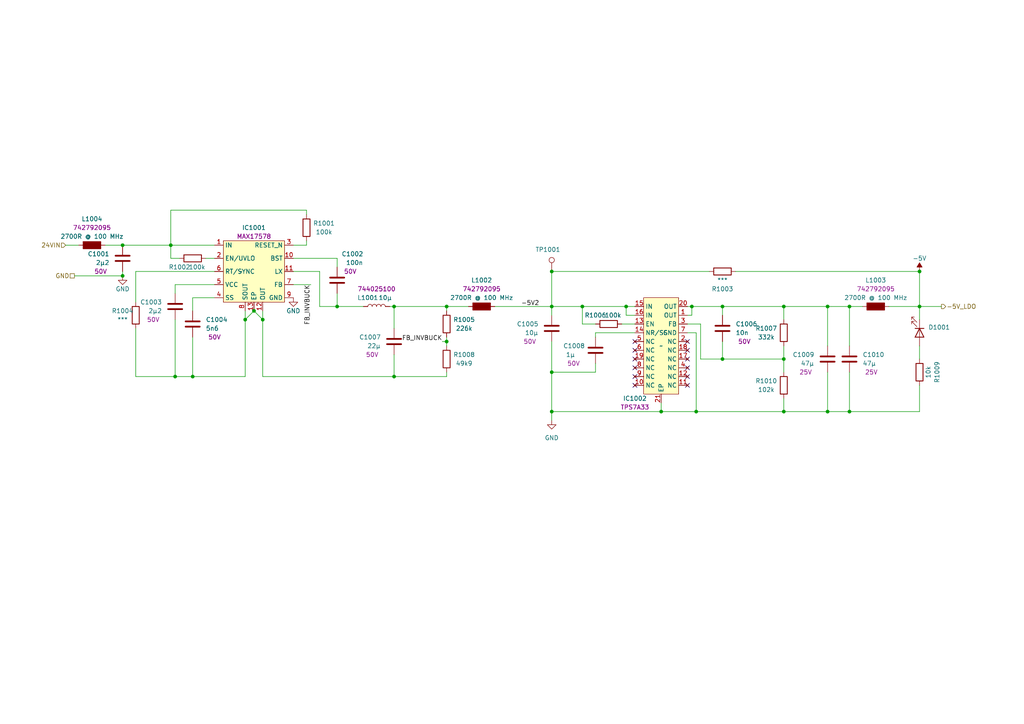
<source format=kicad_sch>
(kicad_sch (version 20231120) (generator "eeschema") (generator_version "8.0")
  (paper "A4")
  (title_block (title "Inverting Buck & LDO") (date "2024-02-29") (rev "2") (company "BestSens AG"))
  (lib_symbols
    (symbol "BestParts_Generic:Inductor" (pin_numbers hide)
      (property "Reference" "L" (at 0 5.08 0))
      (symbol "Inductor_0_1"
        (arc (start -1.905 0.635) (mid -2.354 0.449) (end -2.54 0))
        (arc (start -1.27 0) (mid -1.456 0.449) (end -1.905 0.635))
        (arc (start -0.635 0.635) (mid -1.084 0.449) (end -1.27 0))
        (arc (start 0 0) (mid -0.186 0.449) (end -0.635 0.635))
        (arc (start 0.635 0.635) (mid 0.186 0.449) (end 0 0))
        (arc (start 1.27 0) (mid 1.084 0.449) (end 0.635 0.635))
        (arc (start 1.905 0.635) (mid 1.456 0.449) (end 1.27 0))
        (arc (start 2.54 0) (mid 2.354 0.449) (end 1.905 0.635))
      )
      (symbol "Inductor_1_1"
        (pin passive line (at -3.81 0 0) (length 1.27) (name "") (number "1"))
        (pin passive line (at 3.81 0 180) (length 1.27) (name "") (number "2"))
      )
    )
    (symbol "BestParts_ICs:MAX17578"
      (property "Reference" "IC" (at 0 10.16 0))
      (property "Part Number" "MAX17578" (at 0 10.16 0))
      (symbol "MAX17578_1_1"
        (rectangle (start -8.89 8.89) (end 8.89 -8.89) (fill (type background)))
        (pin power_in line (at -11.43 7.62 0) (length 2.54) (name "IN") (number "1"))
        (pin input line (at 11.43 3.81 180) (length 2.54) (name "BST") (number "10"))
        (pin power_out line (at 11.43 0 180) (length 2.54) (name "LX") (number "11"))
        (pin power_out line (at 2.54 -11.43 90) (length 2.54) (name "OUT") (number "12"))
        (pin power_out line (at 0 -11.43 90) (length 2.54) (name "EP") (number "13"))
        (pin input line (at -11.43 3.81 0) (length 2.54) (name "EN/UVLO") (number "2"))
        (pin input line (at 11.43 7.62 180) (length 2.54) (name "RESET_N") (number "3"))
        (pin input line (at -11.43 -7.62 0) (length 2.54) (name "SS") (number "4"))
        (pin input line (at -11.43 -3.81 0) (length 2.54) (name "VCC") (number "5"))
        (pin input line (at -11.43 0 0) (length 2.54) (name "RT/SYNC") (number "6"))
        (pin input line (at 11.43 -3.81 180) (length 2.54) (name "FB") (number "7"))
        (pin power_out line (at -2.54 -11.43 90) (length 2.54) (name "SOUT") (number "8"))
        (pin power_in line (at 11.43 -7.62 180) (length 2.54) (name "GND") (number "9"))
      )
    )
    (symbol "BestParts_ICs:TPS7A33"
      (property "Reference" "IC" (at 0 16.51 0))
      (property "Part Number" "TPS7A33" (at 0 16.51 0))
      (symbol "TPS7A33_1_1"
        (rectangle (start -5.08 13.97) (end 5.08 -13.97) (fill (type background)))
        (pin power_out line (at 7.62 8.89 180) (length 2.54) (name "OUT") (number "1"))
        (pin no_connect line (at -7.62 -11.43 0) (length 2.54) (name "NC") (number "10"))
        (pin no_connect line (at 7.62 -11.43 180) (length 2.54) (name "NC") (number "11"))
        (pin no_connect line (at 7.62 -8.89 180) (length 2.54) (name "NC") (number "12"))
        (pin input line (at -7.62 6.35 0) (length 2.54) (name "EN") (number "13"))
        (pin input line (at -7.62 3.81 0) (length 2.54) (name "NR/SS") (number "14"))
        (pin input line (at -7.62 11.43 0) (length 2.54) (name "IN") (number "15"))
        (pin input line (at -7.62 8.89 0) (length 2.54) (name "IN") (number "16"))
        (pin no_connect line (at 7.62 -3.81 180) (length 2.54) (name "NC") (number "17"))
        (pin no_connect line (at 7.62 -1.27 180) (length 2.54) (name "NC") (number "18"))
        (pin no_connect line (at -7.62 -3.81 0) (length 2.54) (name "NC") (number "19"))
        (pin no_connect line (at 7.62 1.27 180) (length 2.54) (name "NC") (number "2"))
        (pin power_out line (at 7.62 11.43 180) (length 2.54) (name "OUT") (number "20"))
        (pin power_in line (at 0 -16.51 90) (length 2.54) (name "EP") (number "21"))
        (pin input line (at 7.62 6.35 180) (length 2.54) (name "FB") (number "3"))
        (pin no_connect line (at 7.62 -6.35 180) (length 2.54) (name "NC") (number "4"))
        (pin no_connect line (at -7.62 1.27 0) (length 2.54) (name "NC") (number "5"))
        (pin no_connect line (at -7.62 -1.27 0) (length 2.54) (name "NC") (number "6"))
        (pin power_in line (at 7.62 3.81 180) (length 2.54) (name "GND") (number "7"))
        (pin no_connect line (at -7.62 -6.35 0) (length 2.54) (name "NC") (number "8"))
        (pin no_connect line (at -7.62 -8.89 0) (length 2.54) (name "NC") (number "9"))
      )
    )
    (symbol "Connector:TestPoint" (pin_numbers hide) (pin_names (offset 0.762) hide)
      (property "Reference" "TP" (at 0 6.858 0))
      (property "Value" "TestPoint" (at 0 5.08 0))
      (symbol "TestPoint_0_1"
        (circle (center 0 3.302) (radius 0.762))
      )
      (symbol "TestPoint_1_1"
        (pin passive line (at 0 0 90) (length 2.54) (name "1") (number "1"))
      )
    )
    (symbol "Device:C" (pin_numbers hide) (pin_names (offset 0.254))
      (property "Reference" "C" (at 0.635 2.54 0))
      (property "Value" "C" (at 0.635 -2.54 0))
      (symbol "C_0_1"
        (polyline (pts (xy -2.032 -0.762) (xy 2.032 -0.762)) (stroke (width 0.508)))
        (polyline (pts (xy -2.032 0.762) (xy 2.032 0.762)) (stroke (width 0.508)))
      )
      (symbol "C_1_1"
        (pin passive line (at 0 3.81 270) (length 2.794) (name "~") (number "1"))
        (pin passive line (at 0 -3.81 90) (length 2.794) (name "~") (number "2"))
      )
    )
    (symbol "Device:LED" (pin_numbers hide) (pin_names (offset 1.016) hide)
      (property "Reference" "D" (at 0 2.54 0))
      (property "Value" "LED" (at 0 -2.54 0))
      (symbol "LED_0_1"
        (polyline (pts (xy -1.27 -1.27) (xy -1.27 1.27)) (stroke (width 0.254)))
        (polyline (pts (xy -1.27 0) (xy 1.27 0)))
        (polyline (pts (xy 1.27 -1.27) (xy 1.27 1.27) (xy -1.27 0) (xy 1.27 -1.27)) (stroke (width 0.254)))
        (polyline (pts (xy -3.048 -0.762) (xy -4.572 -2.286) (xy -3.81 -2.286) (xy -4.572 -2.286) (xy -4.572 -1.524)))
        (polyline (pts (xy -1.778 -0.762) (xy -3.302 -2.286) (xy -2.54 -2.286) (xy -3.302 -2.286) (xy -3.302 -1.524)))
      )
      (symbol "LED_1_1"
        (pin passive line (at -3.81 0 0) (length 2.54) (name "K") (number "1"))
        (pin passive line (at 3.81 0 180) (length 2.54) (name "A") (number "2"))
      )
    )
    (symbol "Device:R" (pin_numbers hide) (pin_names (offset 0))
      (property "Reference" "R" (at 2.032 0 90))
      (property "Value" "R" (at 0 0 90))
      (symbol "R_0_1"
        (rectangle (start -1.016 -2.54) (end 1.016 2.54) (stroke (width 0.254)))
      )
      (symbol "R_1_1"
        (pin passive line (at 0 3.81 270) (length 1.27) (name "~") (number "1"))
        (pin passive line (at 0 -3.81 90) (length 1.27) (name "~") (number "2"))
      )
    )
    (symbol "Ferrit_1" (pin_numbers hide)
      (property "Reference" "L" (at 0 2.54 0))
      (symbol "Ferrit_1_1_1"
        (rectangle (start -2.54 1.016) (end 2.54 -1.016) (stroke (width 0.254)) (fill (type outline)))
        (pin passive line (at -3.81 0 0) (length 1.27) (name "") (number "1"))
        (pin passive line (at 3.81 0 180) (length 1.27) (name "") (number "2"))
      )
    )
    (symbol "power:-5V" (power) (pin_names (offset 0))
      (property "Value" "-5V" (at 0 3.81 0))
      (symbol "-5V_0_0"
        (pin power_in line (at 0 0 90) (length 0) hide (name "-5V") (number "1"))
      )
      (symbol "-5V_0_1"
        (polyline (pts (xy 0 0) (xy 0 1.27) (xy 0.762 1.27) (xy 0 2.54) (xy -0.762 1.27) (xy 0 1.27)) (fill (type outline)))
      )
    )
    (symbol "power:GND" (power) (pin_names (offset 0))
      (property "Value" "GND" (at 0 -3.81 0))
      (symbol "GND_0_1"
        (polyline (pts (xy 0 0) (xy 0 -1.27) (xy 1.27 -1.27) (xy 0 -2.54) (xy -1.27 -1.27) (xy 0 -1.27)))
      )
      (symbol "GND_1_1"
        (pin power_in line (at 0 0 270) (length 0) hide (name "GND") (number "1"))
      )
    )
  )
  (junction (at 200.66 88.9))
  (junction (at 201.93 119.38))
  (junction (at 227.33 104.14))
  (junction (at 97.79 88.9))
  (junction (at 73.66 90.17))
  (junction (at 191.77 119.38))
  (junction (at 246.38 119.38))
  (junction (at 35.56 80.01))
  (junction (at 160.02 119.38))
  (junction (at 240.03 119.38))
  (junction (at 246.38 88.9))
  (junction (at 160.02 78.74))
  (junction (at 168.91 88.9))
  (junction (at 160.02 88.9))
  (junction (at 50.8 109.22))
  (junction (at 266.7 78.74))
  (junction (at 129.54 88.9))
  (junction (at 181.61 88.9))
  (junction (at 55.88 109.22))
  (junction (at 71.12 92.71))
  (junction (at 240.03 88.9))
  (junction (at 129.54 99.06))
  (junction (at 209.55 104.14))
  (junction (at 49.53 71.12))
  (junction (at 266.7 88.9))
  (junction (at 227.33 119.38))
  (junction (at 227.33 88.9))
  (junction (at 209.55 88.9))
  (junction (at 160.02 107.95))
  (junction (at 76.2 92.71))
  (junction (at 114.3 109.22))
  (junction (at 35.56 71.12))
  (junction (at 114.3 88.9))
  (no_connect (at 184.15 101.6))
  (no_connect (at 199.39 106.68))
  (no_connect (at 199.39 111.76))
  (no_connect (at 184.15 104.14))
  (no_connect (at 199.39 104.14))
  (no_connect (at 199.39 109.22))
  (no_connect (at 184.15 109.22))
  (no_connect (at 199.39 99.06))
  (no_connect (at 184.15 111.76))
  (no_connect (at 199.39 101.6))
  (no_connect (at 184.15 99.06))
  (no_connect (at 184.15 106.68))
  (wire (pts (xy 49.53 74.93) (xy 52.07 74.93)))
  (wire (pts (xy 50.8 109.22) (xy 55.88 109.22)))
  (wire (pts (xy 50.8 82.55) (xy 50.8 85.09)))
  (wire (pts (xy 21.59 80.01) (xy 35.56 80.01)))
  (wire (pts (xy 199.39 93.98) (xy 203.2 93.98)))
  (wire (pts (xy 227.33 104.14) (xy 227.33 107.95)))
  (wire (pts (xy 88.9 69.85) (xy 88.9 71.12)))
  (wire (pts (xy 240.03 107.95) (xy 240.03 119.38)))
  (wire (pts (xy 240.03 88.9) (xy 246.38 88.9)))
  (wire (pts (xy 266.7 100.33) (xy 266.7 104.14)))
  (wire (pts (xy 50.8 92.71) (xy 50.8 109.22)))
  (wire (pts (xy 49.53 71.12) (xy 62.23 71.12)))
  (wire (pts (xy 160.02 88.9) (xy 168.91 88.9)))
  (wire (pts (xy 209.55 88.9) (xy 227.33 88.9)))
  (wire (pts (xy 39.37 78.74) (xy 39.37 87.63)))
  (wire (pts (xy 113.03 88.9) (xy 114.3 88.9)))
  (wire (pts (xy 59.69 74.93) (xy 62.23 74.93)))
  (wire (pts (xy 246.38 119.38) (xy 266.7 119.38)))
  (wire (pts (xy 191.77 119.38) (xy 201.93 119.38)))
  (wire (pts (xy 49.53 71.12) (xy 49.53 74.93)))
  (wire (pts (xy 266.7 88.9) (xy 266.7 92.71)))
  (wire (pts (xy 71.12 90.17) (xy 71.12 92.71)))
  (wire (pts (xy 168.91 88.9) (xy 181.61 88.9)))
  (wire (pts (xy 114.3 109.22) (xy 129.54 109.22)))
  (wire (pts (xy 227.33 100.33) (xy 227.33 104.14)))
  (wire (pts (xy 128.27 99.06) (xy 129.54 99.06)))
  (wire (pts (xy 203.2 104.14) (xy 209.55 104.14)))
  (wire (pts (xy 71.12 92.71) (xy 73.66 90.17)))
  (wire (pts (xy 172.72 96.52) (xy 184.15 96.52)))
  (wire (pts (xy 50.8 82.55) (xy 62.23 82.55)))
  (wire (pts (xy 160.02 99.06) (xy 160.02 107.95)))
  (wire (pts (xy 129.54 97.79) (xy 129.54 99.06)))
  (wire (pts (xy 201.93 96.52) (xy 201.93 119.38)))
  (wire (pts (xy 160.02 119.38) (xy 191.77 119.38)))
  (wire (pts (xy 160.02 88.9) (xy 160.02 91.44)))
  (wire (pts (xy 209.55 104.14) (xy 227.33 104.14)))
  (wire (pts (xy 55.88 86.36) (xy 55.88 90.17)))
  (wire (pts (xy 114.3 88.9) (xy 114.3 95.25)))
  (wire (pts (xy 200.66 88.9) (xy 200.66 91.44)))
  (wire (pts (xy 160.02 119.38) (xy 160.02 121.92)))
  (wire (pts (xy 227.33 119.38) (xy 240.03 119.38)))
  (wire (pts (xy 266.7 111.76) (xy 266.7 119.38)))
  (wire (pts (xy 55.88 109.22) (xy 71.12 109.22)))
  (wire (pts (xy 76.2 109.22) (xy 114.3 109.22)))
  (wire (pts (xy 180.34 93.98) (xy 184.15 93.98)))
  (wire (pts (xy 143.51 88.9) (xy 160.02 88.9)))
  (wire (pts (xy 246.38 107.95) (xy 246.38 119.38)))
  (wire (pts (xy 92.71 78.74) (xy 85.09 78.74)))
  (wire (pts (xy 227.33 88.9) (xy 227.33 92.71)))
  (wire (pts (xy 88.9 71.12) (xy 85.09 71.12)))
  (wire (pts (xy 181.61 88.9) (xy 184.15 88.9)))
  (wire (pts (xy 92.71 88.9) (xy 97.79 88.9)))
  (wire (pts (xy 160.02 107.95) (xy 160.02 119.38)))
  (wire (pts (xy 90.17 82.55) (xy 85.09 82.55)))
  (wire (pts (xy 240.03 88.9) (xy 240.03 100.33)))
  (wire (pts (xy 160.02 78.74) (xy 160.02 88.9)))
  (wire (pts (xy 246.38 88.9) (xy 250.19 88.9)))
  (wire (pts (xy 129.54 88.9) (xy 135.89 88.9)))
  (wire (pts (xy 209.55 88.9) (xy 209.55 91.44)))
  (wire (pts (xy 19.05 71.12) (xy 22.86 71.12)))
  (wire (pts (xy 172.72 96.52) (xy 172.72 97.79)))
  (wire (pts (xy 129.54 88.9) (xy 129.54 90.17)))
  (wire (pts (xy 168.91 88.9) (xy 168.91 93.98)))
  (wire (pts (xy 160.02 107.95) (xy 172.72 107.95)))
  (wire (pts (xy 227.33 88.9) (xy 240.03 88.9)))
  (wire (pts (xy 181.61 91.44) (xy 184.15 91.44)))
  (wire (pts (xy 200.66 88.9) (xy 209.55 88.9)))
  (wire (pts (xy 160.02 78.74) (xy 205.74 78.74)))
  (wire (pts (xy 172.72 105.41) (xy 172.72 107.95)))
  (wire (pts (xy 257.81 88.9) (xy 266.7 88.9)))
  (wire (pts (xy 199.39 88.9) (xy 200.66 88.9)))
  (wire (pts (xy 85.09 74.93) (xy 97.79 74.93)))
  (wire (pts (xy 97.79 88.9) (xy 105.41 88.9)))
  (wire (pts (xy 49.53 60.96) (xy 49.53 71.12)))
  (wire (pts (xy 39.37 95.25) (xy 39.37 109.22)))
  (wire (pts (xy 227.33 115.57) (xy 227.33 119.38)))
  (wire (pts (xy 92.71 88.9) (xy 92.71 78.74)))
  (wire (pts (xy 114.3 88.9) (xy 129.54 88.9)))
  (wire (pts (xy 30.48 71.12) (xy 35.56 71.12)))
  (wire (pts (xy 129.54 107.95) (xy 129.54 109.22)))
  (wire (pts (xy 191.77 119.38) (xy 191.77 116.84)))
  (wire (pts (xy 76.2 90.17) (xy 76.2 92.71)))
  (wire (pts (xy 181.61 88.9) (xy 181.61 91.44)))
  (wire (pts (xy 73.66 90.17) (xy 76.2 92.71)))
  (wire (pts (xy 49.53 60.96) (xy 88.9 60.96)))
  (wire (pts (xy 199.39 96.52) (xy 201.93 96.52)))
  (wire (pts (xy 97.79 85.09) (xy 97.79 88.9)))
  (wire (pts (xy 55.88 86.36) (xy 62.23 86.36)))
  (wire (pts (xy 266.7 88.9) (xy 273.05 88.9)))
  (wire (pts (xy 213.36 78.74) (xy 266.7 78.74)))
  (wire (pts (xy 201.93 119.38) (xy 227.33 119.38)))
  (wire (pts (xy 246.38 88.9) (xy 246.38 100.33)))
  (wire (pts (xy 168.91 93.98) (xy 172.72 93.98)))
  (wire (pts (xy 203.2 93.98) (xy 203.2 104.14)))
  (wire (pts (xy 35.56 78.74) (xy 35.56 80.01)))
  (wire (pts (xy 88.9 60.96) (xy 88.9 62.23)))
  (wire (pts (xy 97.79 74.93) (xy 97.79 77.47)))
  (wire (pts (xy 266.7 78.74) (xy 266.7 88.9)))
  (wire (pts (xy 199.39 91.44) (xy 200.66 91.44)))
  (wire (pts (xy 55.88 97.79) (xy 55.88 109.22)))
  (wire (pts (xy 240.03 119.38) (xy 246.38 119.38)))
  (wire (pts (xy 209.55 99.06) (xy 209.55 104.14)))
  (wire (pts (xy 35.56 71.12) (xy 49.53 71.12)))
  (wire (pts (xy 114.3 102.87) (xy 114.3 109.22)))
  (wire (pts (xy 71.12 92.71) (xy 71.12 109.22)))
  (wire (pts (xy 39.37 109.22) (xy 50.8 109.22)))
  (wire (pts (xy 129.54 99.06) (xy 129.54 100.33)))
  (wire (pts (xy 76.2 92.71) (xy 76.2 109.22)))
  (wire (pts (xy 39.37 78.74) (xy 62.23 78.74)))
  (label "FB_INVBUCK" (at 90.17 82.55 270))
  (label "-5V2" (at 151.13 88.9 0))
  (label "FB_INVBUCK" (at 128.27 99.06 180))
  (hierarchical_label "GND" (shape passive) (at 21.59 80.01 180))
  (hierarchical_label "-5V_LDO" (shape output) (at 273.05 88.9 0))
  (hierarchical_label "24VIN" (shape input) (at 19.05 71.12 180))
  (symbol (lib_id "BestParts_ICs:MAX17578") (at 73.66 78.74 0) (unit 1)
    (property "Reference" "IC1001" (at 73.66 66.04 0))
    (property "Value" "~" (at 69.85 78.74 0))
    (property "Footprint" "BestParts_ICs:TDFN-12" (effects (hide yes)))
    (property "Datasheet" "https://www.analog.com/media/en/technical-documentation/data-sheets/MAX17577-MAX17578.pdf" (effects (hide yes)))
    (property "Part Number" "MAX17578" (at 73.66 68.58 0))
    (property "Manufacturer" "Maxim Integrated" (effects (hide yes)))
  )
  (symbol (lib_id "Device:C") (at 97.79 81.28 0) (unit 1)
    (property "Reference" "C1002" (at 99.06 73.66 0) (effects (justify left)))
    (property "Value" "100n" (at 100.33 76.2 0) (effects (justify left)))
    (property "Footprint" "BestParts_Caps:C_0603" (effects (hide yes)))
    (property "Voltage" "50V" (at 101.6 78.74 0))
  )
  (symbol (lib_id "power:-5V") (at 266.7 78.74 0) (unit 1)
    (property "Reference" "#PWR01001" (effects (hide yes)))
    (property "Value" "-5V" (at 266.7 74.93 0))
  )
  (symbol (lib_id "Device:C") (at 240.03 104.14 0) (mirror y) (unit 1)
    (property "Reference" "C1009" (at 236.22 102.87 0) (effects (justify left)))
    (property "Value" "47µ" (at 236.22 105.41 0) (effects (justify left)))
    (property "Footprint" "BestParts_Caps:C_1206" (effects (hide yes)))
    (property "Voltage" "25V" (at 233.68 107.95 0))
  )
  (symbol (lib_id "Device:C") (at 35.56 74.93 0) (mirror y) (unit 1)
    (property "Reference" "C1001" (at 31.75 73.66 0) (effects (justify left)))
    (property "Value" "2µ2" (at 31.75 76.2 0) (effects (justify left)))
    (property "Footprint" "BestParts_Caps:C_0603" (effects (hide yes)))
    (property "Voltage" "50V" (at 29.21 78.74 0))
  )
  (symbol (lib_id "Connector:TestPoint") (at 160.02 78.74 0) (unit 1)
    (property "Reference" "TP1001" (at 162.56 72.39 0) (effects (justify right)))
    (property "Value" "*" (effects (hide yes)))
    (property "Footprint" "TestPoint:TestPoint_THTPad_D2.0mm_Drill1.0mm" (effects (hide yes)))
  )
  (symbol (lib_id "power:GND") (at 160.02 121.92 0) (unit 1)
    (property "Reference" "#PWR01004" (effects (hide yes)))
    (property "Value" "GND" (at 160.02 127 0))
  )
  (symbol (lib_id "Device:C") (at 55.88 93.98 0) (unit 1)
    (property "Reference" "C1004" (at 59.69 92.71 0) (effects (justify left)))
    (property "Value" "5n6" (at 59.69 95.25 0) (effects (justify left)))
    (property "Footprint" "BestParts_Caps:C_0603" (effects (hide yes)))
    (property "Voltage" "50V" (at 62.23 97.79 0))
  )
  (symbol (lib_id "Device:R") (at 55.88 74.93 90) (mirror x) (unit 1)
    (property "Reference" "R1002" (at 52.07 77.47 90))
    (property "Value" "100k" (at 57.15 77.47 90))
    (property "Footprint" "BestParts_Resistors:R_0603" (effects (hide yes)))
    (property "Part Number" "Generic" (effects (hide yes)))
  )
  (symbol (lib_id "Device:C") (at 50.8 88.9 0) (mirror y) (unit 1)
    (property "Reference" "C1003" (at 46.99 87.63 0) (effects (justify left)))
    (property "Value" "2µ2" (at 46.99 90.17 0) (effects (justify left)))
    (property "Footprint" "BestParts_Caps:C_0603" (effects (hide yes)))
    (property "Voltage" "50V" (at 44.45 92.71 0))
  )
  (symbol (lib_id "Device:R") (at 266.7 107.95 0) (mirror x) (unit 1)
    (property "Reference" "R1009" (at 271.78 107.95 90))
    (property "Value" "10k" (at 269.24 107.95 90))
    (property "Footprint" "BestParts_Resistors:R_0603" (effects (hide yes)))
    (property "Part Number" "Generic" (effects (hide yes)))
  )
  (symbol (lib_id "Device:R") (at 88.9 66.04 0) (mirror x) (unit 1)
    (property "Reference" "R1001" (at 93.98 64.77 0))
    (property "Value" "100k" (at 93.98 67.31 0))
    (property "Footprint" "BestParts_Resistors:R_0603" (effects (hide yes)))
    (property "Part Number" "Generic" (effects (hide yes)))
  )
  (symbol (lib_id "Device:R") (at 129.54 104.14 0) (mirror x) (unit 1)
    (property "Reference" "R1008" (at 134.62 102.87 0))
    (property "Value" "49k9" (at 134.62 105.41 0))
    (property "Footprint" "BestParts_Resistors:R_0603" (effects (hide yes)))
    (property "Part Number" "Generic" (effects (hide yes)))
  )
  (symbol (lib_id "Device:C") (at 114.3 99.06 0) (mirror y) (unit 1)
    (property "Reference" "C1007" (at 110.49 97.79 0) (effects (justify left)))
    (property "Value" "22µ" (at 110.49 100.33 0) (effects (justify left)))
    (property "Footprint" "BestParts_Caps:C_1206" (effects (hide yes)))
    (property "Voltage" "50V" (at 107.95 102.87 0))
  )
  (symbol (lib_id "Device:C") (at 160.02 95.25 0) (mirror y) (unit 1)
    (property "Reference" "C1005" (at 156.21 93.98 0) (effects (justify left)))
    (property "Value" "10µ" (at 156.21 96.52 0) (effects (justify left)))
    (property "Footprint" "BestParts_Caps:C_1206" (effects (hide yes)))
    (property "Voltage" "50V" (at 153.67 99.06 0))
  )
  (symbol (lib_id "Device:R") (at 176.53 93.98 90) (unit 1)
    (property "Reference" "R1006" (at 172.72 91.44 90))
    (property "Value" "100k" (at 177.8 91.44 90))
    (property "Footprint" "BestParts_Resistors:R_0603" (effects (hide yes)))
    (property "Part Number" "Generic" (effects (hide yes)))
  )
  (symbol (lib_id "Device:R") (at 39.37 91.44 180) (unit 1)
    (property "Reference" "R1004" (at 35.56 90.17 0))
    (property "Value" "***" (at 35.56 92.71 0))
    (property "Footprint" "BestParts_Resistors:R_0603" (effects (hide yes)))
    (property "Part Number" "Generic" (effects (hide yes)))
  )
  (symbol (lib_id "Device:R") (at 209.55 78.74 90) (mirror x) (unit 1)
    (property "Reference" "R1003" (at 209.55 83.82 90))
    (property "Value" "***" (at 209.55 81.28 90))
    (property "Footprint" "BestParts_Resistors:R_0603" (effects (hide yes)))
    (property "Part Number" "Generic" (effects (hide yes)))
  )
  (symbol (lib_id "Device:LED") (at 266.7 96.52 270) (unit 1)
    (property "Reference" "D1001" (at 269.24 94.9325 90) (effects (justify left)))
    (property "Value" "*" (effects (hide yes)))
    (property "Footprint" "BestParts_Diodes:D_0603" (effects (hide yes)))
  )
  (symbol (lib_id "Device:R") (at 227.33 111.76 180) (unit 1)
    (property "Reference" "R1010" (at 222.25 110.49 0))
    (property "Value" "102k" (at 222.25 113.03 0))
    (property "Footprint" "BestParts_Resistors:R_0603" (effects (hide yes)))
    (property "Part Number" "Generic" (effects (hide yes)))
  )
  (symbol (lib_id "BestParts_Generic:Inductor") (at 109.22 88.9 0) (unit 1)
    (property "Reference" "L1001" (at 106.68 86.36 0))
    (property "Value" "10µ" (at 111.76 86.36 0))
    (property "Footprint" "BestParts_Inductors:L_2828" (effects (hide yes)))
    (property "Datasheet" "https://www.we-online.com/components/products/datasheet/744025100.pdf" (effects (hide yes)))
    (property "Part Number" "744025100" (at 109.22 83.82 0))
    (property "Manufacturer" "Wurth Elektronik" (effects (hide yes)))
  )
  (symbol (lib_id "power:GND") (at 85.09 86.36 0) (unit 1)
    (property "Reference" "#PWR01003" (effects (hide yes)))
    (property "Value" "GND" (at 85.09 90.17 0))
  )
  (symbol (lib_id "Device:C") (at 209.55 95.25 0) (unit 1)
    (property "Reference" "C1006" (at 213.36 93.98 0) (effects (justify left)))
    (property "Value" "10n" (at 213.36 96.52 0) (effects (justify left)))
    (property "Footprint" "BestParts_Caps:C_0603" (effects (hide yes)))
    (property "Voltage" "50V" (at 215.9 99.06 0))
  )
  (symbol (lib_id "power:GND") (at 35.56 80.01 0) (unit 1)
    (property "Reference" "#PWR01002" (effects (hide yes)))
    (property "Value" "GND" (at 35.56 83.82 0))
  )
  (symbol (lib_name "Ferrit_1") (lib_id "BestParts_Inductors:Ferrit") (at 254 88.9 0) (unit 1)
    (property "Reference" "L1003" (at 254 81.28 0))
    (property "Value" "2700R @ 100 MHz" (at 254 86.36 0))
    (property "Footprint" "BestParts_Resistors:R_0805" (effects (hide yes)))
    (property "Part Number" "742792095" (at 254 83.82 0))
  )
  (symbol (lib_id "Device:C") (at 172.72 101.6 0) (mirror y) (unit 1)
    (property "Reference" "C1008" (at 169.672 100.33 0) (effects (justify left)))
    (property "Value" "1µ" (at 166.878 102.87 0) (effects (justify left)))
    (property "Footprint" "BestParts_Caps:C_0603" (effects (hide yes)))
    (property "Voltage" "50V" (at 166.37 105.41 0))
  )
  (symbol (lib_id "Device:R") (at 129.54 93.98 0) (mirror x) (unit 1)
    (property "Reference" "R1005" (at 134.62 92.71 0))
    (property "Value" "226k" (at 134.62 95.25 0))
    (property "Footprint" "BestParts_Resistors:R_0603" (effects (hide yes)))
    (property "Part Number" "Generic" (effects (hide yes)))
  )
  (symbol (lib_id "Device:R") (at 227.33 96.52 180) (unit 1)
    (property "Reference" "R1007" (at 222.25 95.25 0))
    (property "Value" "332k" (at 222.25 97.79 0))
    (property "Footprint" "BestParts_Resistors:R_0603" (effects (hide yes)))
    (property "Part Number" "Generic" (effects (hide yes)))
  )
  (symbol (lib_id "Device:C") (at 246.38 104.14 0) (unit 1)
    (property "Reference" "C1010" (at 250.19 102.87 0) (effects (justify left)))
    (property "Value" "47µ" (at 250.19 105.41 0) (effects (justify left)))
    (property "Footprint" "BestParts_Caps:C_1206" (effects (hide yes)))
    (property "Voltage" "25V" (at 252.73 107.95 0))
  )
  (symbol (lib_name "Ferrit_1") (lib_id "BestParts_Inductors:Ferrit") (at 26.67 71.12 0) (unit 1)
    (property "Reference" "L1004" (at 26.67 63.5 0))
    (property "Value" "2700R @ 100 MHz" (at 26.67 68.58 0))
    (property "Footprint" "BestParts_Resistors:R_0805" (effects (hide yes)))
    (property "Part Number" "742792095" (at 26.67 66.04 0))
  )
  (symbol (lib_id "BestParts_ICs:TPS7A33") (at 191.77 100.33 0) (unit 1)
    (property "Reference" "IC1002" (at 184.15 115.57 0))
    (property "Value" "~" (at 191.77 100.33 0))
    (property "Footprint" "BestParts_ICs:VQFN-20" (effects (hide yes)))
    (property "Datasheet" "https://www.ti.com/lit/ds/symlink/tps7a33.pdf?ts=1708278268423&ref_url=https%253A%252F%252Fwww.ti.com%252Fproduct%252FTPS7A33" (effects (hide yes)))
    (property "Part Number" "TPS7A33" (at 184.15 118.11 0))
    (property "Manufacturer" "Texas Instruments" (effects (hide yes)))
  )
  (symbol (lib_name "Ferrit_1") (lib_id "BestParts_Inductors:Ferrit") (at 139.7 88.9 0) (unit 1)
    (property "Reference" "L1002" (at 139.7 81.28 0))
    (property "Value" "2700R @ 100 MHz" (at 139.7 86.36 0))
    (property "Footprint" "BestParts_Resistors:R_0805" (effects (hide yes)))
    (property "Part Number" "742792095" (at 139.7 83.82 0))
  )
)
</source>
